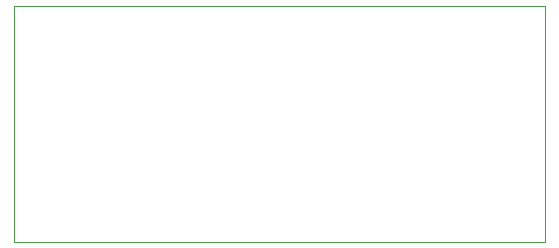
<source format=gbr>
%TF.GenerationSoftware,KiCad,Pcbnew,5.1.9-73d0e3b20d~88~ubuntu20.04.1*%
%TF.CreationDate,2021-04-10T20:27:40+02:00*%
%TF.ProjectId,calvin,63616c76-696e-42e6-9b69-6361645f7063,v1.00*%
%TF.SameCoordinates,Original*%
%TF.FileFunction,Profile,NP*%
%FSLAX46Y46*%
G04 Gerber Fmt 4.6, Leading zero omitted, Abs format (unit mm)*
G04 Created by KiCad (PCBNEW 5.1.9-73d0e3b20d~88~ubuntu20.04.1) date 2021-04-10 20:27:40*
%MOMM*%
%LPD*%
G01*
G04 APERTURE LIST*
%TA.AperFunction,Profile*%
%ADD10C,0.050000*%
%TD*%
G04 APERTURE END LIST*
D10*
X130000000Y-110000000D02*
X130000000Y-90000000D01*
X175000000Y-110000000D02*
X130000000Y-110000000D01*
X175000000Y-90000000D02*
X175000000Y-110000000D01*
X130000000Y-90000000D02*
X175000000Y-90000000D01*
M02*

</source>
